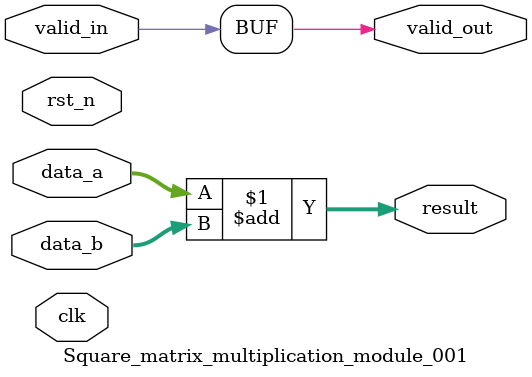
<source format=v>

module Square_matrix_multiplication_module_001 (
    input clk,
    input rst_n,
    input valid_in,
    output valid_out,
    // Add specific ports based on operator type
    input [31:0] data_a,
    input [31:0] data_b,
    output [31:0] result
);

    // Module implementation would go here
    // This is a template - actual implementation depends on the operator
    
        // Matrix multiplication placeholder
    // Actual implementation would require systolic array or similar
    assign result = data_a + data_b; // Simplified
    assign valid_out = valid_in;

endmodule

</source>
